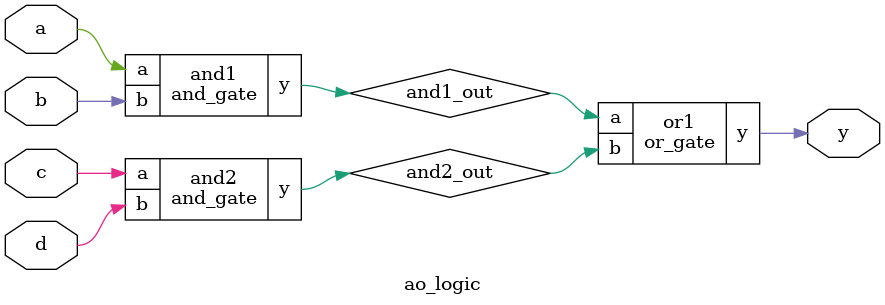
<source format=v>
module and_gate(
    input a, b,
    output y
);
    assign y = a & b;
endmodule

module or_gate(
    input a, b,
    output y
);
    assign y = a | b;
endmodule

module ao_logic(
    input a, b, c, d,
    output y
);
    wire and1_out, and2_out;
    
    and_gate and1(
        .a(a),
        .b(b),
        .y(and1_out)
    );
    
    and_gate and2(
        .a(c),
        .b(d),
        .y(and2_out)
    );
    
    or_gate or1(
        .a(and1_out),
        .b(and2_out),
        .y(y)
    );
endmodule
</source>
